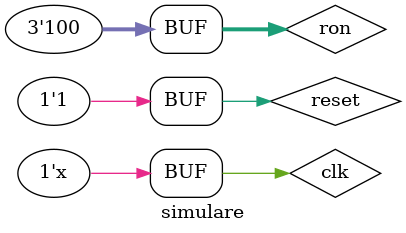
<source format=v>
`timescale 1ns / 1ps


module simulare();
    wire  cola, rest2, rest5;
    reg clk, reset;
    reg [2:0] ron;

    aparat_cola inst1(clk, reset, ron, cola, rest2, rest5);
    always #25 clk = ~clk;

    initial
    begin
        clk = 0; reset = 1; 
        #100 reset = 0; ron = 3'b001; //1 leu
        #100 reset = 0; ron = 3'b001; //1 leu
        #100 reset = 0; ron = 3'b001; //1 leu
        #100 reset = 1;
        #150 reset = 0; ron = 3'b010; //5 lei
        #100 reset = 1;
        #150 reset = 0; ron = 3'b100; //10 lei
        #100 reset = 1;
    end
endmodule

</source>
